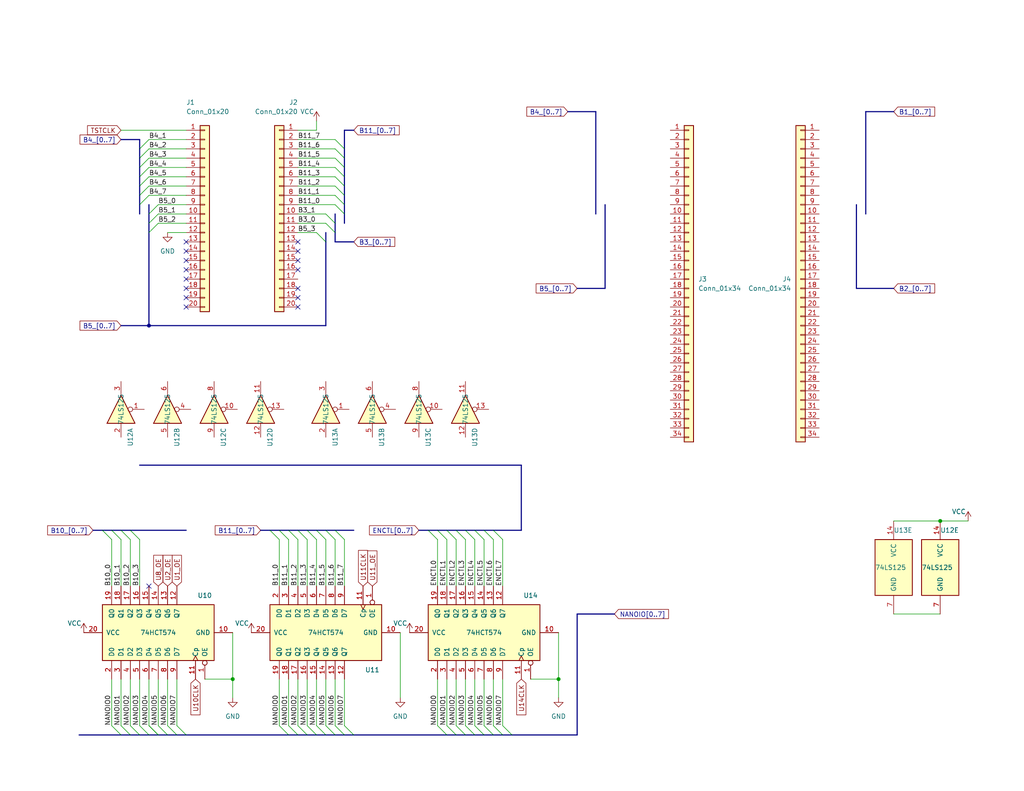
<source format=kicad_sch>
(kicad_sch (version 20231120) (generator "eeschema") (generator_version "8.0")
  (paper "USLetter")
  (title_block (title "Chip Exerciser Extension") (company "Wholly Unnecessary Technologies (WUT)"))
  (lib_symbols
    (symbol "74xx:74HCT574" (pin_names (offset 1.016))
      (property "Reference" "U" (at -7.62 16.51 0))
      (property "Value" "74HCT574" (at -7.62 -16.51 0))
      (symbol "74HCT574_1_0"
        (pin input inverted (at -12.7 -12.7 0) (length 5.08) (name "OE") (number "1"))
        (pin power_in line (at 0 -20.32 90) (length 5.08) (name "GND") (number "10"))
        (pin input clock (at -12.7 -10.16 0) (length 5.08) (name "Cp") (number "11"))
        (pin tri_state line (at 12.7 -5.08 180) (length 5.08) (name "Q7") (number "12"))
        (pin tri_state line (at 12.7 -2.54 180) (length 5.08) (name "Q6") (number "13"))
        (pin tri_state line (at 12.7 0 180) (length 5.08) (name "Q5") (number "14"))
        (pin tri_state line (at 12.7 2.54 180) (length 5.08) (name "Q4") (number "15"))
        (pin tri_state line (at 12.7 5.08 180) (length 5.08) (name "Q3") (number "16"))
        (pin tri_state line (at 12.7 7.62 180) (length 5.08) (name "Q2") (number "17"))
        (pin tri_state line (at 12.7 10.16 180) (length 5.08) (name "Q1") (number "18"))
        (pin tri_state line (at 12.7 12.7 180) (length 5.08) (name "Q0") (number "19"))
        (pin input line (at -12.7 12.7 0) (length 5.08) (name "D0") (number "2"))
        (pin power_in line (at 0 20.32 270) (length 5.08) (name "VCC") (number "20"))
        (pin input line (at -12.7 10.16 0) (length 5.08) (name "D1") (number "3"))
        (pin input line (at -12.7 7.62 0) (length 5.08) (name "D2") (number "4"))
        (pin input line (at -12.7 5.08 0) (length 5.08) (name "D3") (number "5"))
        (pin input line (at -12.7 2.54 0) (length 5.08) (name "D4") (number "6"))
        (pin input line (at -12.7 0 0) (length 5.08) (name "D5") (number "7"))
        (pin input line (at -12.7 -2.54 0) (length 5.08) (name "D6") (number "8"))
        (pin input line (at -12.7 -5.08 0) (length 5.08) (name "D7") (number "9"))
      )
      (symbol "74HCT574_1_1"
        (rectangle (start -7.62 15.24) (end 7.62 -15.24) (stroke (width 0.254)) (fill (type background)))
      )
    )
    (symbol "74xx:74LS125" (pin_names (offset 1.016))
      (property "Reference" "U" (at 0 1.27 0))
      (property "Value" "74LS125" (at 0 -1.27 0))
      (symbol "74LS125_1_0"
        (polyline (pts (xy -3.81 3.81) (xy -3.81 -3.81) (xy 3.81 0) (xy -3.81 3.81)) (stroke (width 0.254)) (fill (type background)))
        (pin input inverted (at 0 -6.35 90) (length 4.445) (name "~") (number "1"))
        (pin input line (at -7.62 0 0) (length 3.81) (name "~") (number "2"))
        (pin tri_state line (at 7.62 0 180) (length 3.81) (name "~") (number "3"))
      )
      (symbol "74LS125_2_0"
        (polyline (pts (xy -3.81 3.81) (xy -3.81 -3.81) (xy 3.81 0) (xy -3.81 3.81)) (stroke (width 0.254)) (fill (type background)))
        (pin input inverted (at 0 -6.35 90) (length 4.445) (name "~") (number "4"))
        (pin input line (at -7.62 0 0) (length 3.81) (name "~") (number "5"))
        (pin tri_state line (at 7.62 0 180) (length 3.81) (name "~") (number "6"))
      )
      (symbol "74LS125_3_0"
        (polyline (pts (xy -3.81 3.81) (xy -3.81 -3.81) (xy 3.81 0) (xy -3.81 3.81)) (stroke (width 0.254)) (fill (type background)))
        (pin input inverted (at 0 -6.35 90) (length 4.445) (name "~") (number "10"))
        (pin tri_state line (at 7.62 0 180) (length 3.81) (name "~") (number "8"))
        (pin input line (at -7.62 0 0) (length 3.81) (name "~") (number "9"))
      )
      (symbol "74LS125_4_0"
        (polyline (pts (xy -3.81 3.81) (xy -3.81 -3.81) (xy 3.81 0) (xy -3.81 3.81)) (stroke (width 0.254)) (fill (type background)))
        (pin tri_state line (at 7.62 0 180) (length 3.81) (name "~") (number "11"))
        (pin input line (at -7.62 0 0) (length 3.81) (name "~") (number "12"))
        (pin input inverted (at 0 -6.35 90) (length 4.445) (name "~") (number "13"))
      )
      (symbol "74LS125_5_0"
        (pin power_in line (at 0 12.7 270) (length 5.08) (name "VCC") (number "14"))
        (pin power_in line (at 0 -12.7 90) (length 5.08) (name "GND") (number "7"))
      )
      (symbol "74LS125_5_1"
        (rectangle (start -5.08 7.62) (end 5.08 -7.62) (stroke (width 0.254)) (fill (type background)))
      )
    )
    (symbol "Connector_Generic:Conn_01x20" (pin_names (offset 1.016) hide)
      (property "Reference" "J" (at 0 25.4 0))
      (property "Value" "Conn_01x20" (at 0 -27.94 0))
      (symbol "Conn_01x20_1_1"
        (rectangle (start -1.27 -25.273) (end 0 -25.527) (stroke (width 0.1524)))
        (rectangle (start -1.27 -22.733) (end 0 -22.987) (stroke (width 0.1524)))
        (rectangle (start -1.27 -20.193) (end 0 -20.447) (stroke (width 0.1524)))
        (rectangle (start -1.27 -17.653) (end 0 -17.907) (stroke (width 0.1524)))
        (rectangle (start -1.27 -15.113) (end 0 -15.367) (stroke (width 0.1524)))
        (rectangle (start -1.27 -12.573) (end 0 -12.827) (stroke (width 0.1524)))
        (rectangle (start -1.27 -10.033) (end 0 -10.287) (stroke (width 0.1524)))
        (rectangle (start -1.27 -7.493) (end 0 -7.747) (stroke (width 0.1524)))
        (rectangle (start -1.27 -4.953) (end 0 -5.207) (stroke (width 0.1524)))
        (rectangle (start -1.27 -2.413) (end 0 -2.667) (stroke (width 0.1524)))
        (rectangle (start -1.27 0.127) (end 0 -0.127) (stroke (width 0.1524)))
        (rectangle (start -1.27 2.667) (end 0 2.413) (stroke (width 0.1524)))
        (rectangle (start -1.27 5.207) (end 0 4.953) (stroke (width 0.1524)))
        (rectangle (start -1.27 7.747) (end 0 7.493) (stroke (width 0.1524)))
        (rectangle (start -1.27 10.287) (end 0 10.033) (stroke (width 0.1524)))
        (rectangle (start -1.27 12.827) (end 0 12.573) (stroke (width 0.1524)))
        (rectangle (start -1.27 15.367) (end 0 15.113) (stroke (width 0.1524)))
        (rectangle (start -1.27 17.907) (end 0 17.653) (stroke (width 0.1524)))
        (rectangle (start -1.27 20.447) (end 0 20.193) (stroke (width 0.1524)))
        (rectangle (start -1.27 22.987) (end 0 22.733) (stroke (width 0.1524)))
        (rectangle (start -1.27 24.13) (end 1.27 -26.67) (stroke (width 0.254)) (fill (type background)))
        (pin passive line (at -5.08 22.86 0) (length 3.81) (name "Pin_1") (number "1"))
        (pin passive line (at -5.08 0 0) (length 3.81) (name "Pin_10") (number "10"))
        (pin passive line (at -5.08 -2.54 0) (length 3.81) (name "Pin_11") (number "11"))
        (pin passive line (at -5.08 -5.08 0) (length 3.81) (name "Pin_12") (number "12"))
        (pin passive line (at -5.08 -7.62 0) (length 3.81) (name "Pin_13") (number "13"))
        (pin passive line (at -5.08 -10.16 0) (length 3.81) (name "Pin_14") (number "14"))
        (pin passive line (at -5.08 -12.7 0) (length 3.81) (name "Pin_15") (number "15"))
        (pin passive line (at -5.08 -15.24 0) (length 3.81) (name "Pin_16") (number "16"))
        (pin passive line (at -5.08 -17.78 0) (length 3.81) (name "Pin_17") (number "17"))
        (pin passive line (at -5.08 -20.32 0) (length 3.81) (name "Pin_18") (number "18"))
        (pin passive line (at -5.08 -22.86 0) (length 3.81) (name "Pin_19") (number "19"))
        (pin passive line (at -5.08 20.32 0) (length 3.81) (name "Pin_2") (number "2"))
        (pin passive line (at -5.08 -25.4 0) (length 3.81) (name "Pin_20") (number "20"))
        (pin passive line (at -5.08 17.78 0) (length 3.81) (name "Pin_3") (number "3"))
        (pin passive line (at -5.08 15.24 0) (length 3.81) (name "Pin_4") (number "4"))
        (pin passive line (at -5.08 12.7 0) (length 3.81) (name "Pin_5") (number "5"))
        (pin passive line (at -5.08 10.16 0) (length 3.81) (name "Pin_6") (number "6"))
        (pin passive line (at -5.08 7.62 0) (length 3.81) (name "Pin_7") (number "7"))
        (pin passive line (at -5.08 5.08 0) (length 3.81) (name "Pin_8") (number "8"))
        (pin passive line (at -5.08 2.54 0) (length 3.81) (name "Pin_9") (number "9"))
      )
    )
    (symbol "Connector_Generic:Conn_01x34" (pin_names (offset 1.016) hide)
      (property "Reference" "J" (at 0 43.18 0))
      (property "Value" "Conn_01x34" (at 0 -45.72 0))
      (symbol "Conn_01x34_1_1"
        (rectangle (start -1.27 -43.053) (end 0 -43.307) (stroke (width 0.1524)))
        (rectangle (start -1.27 -40.513) (end 0 -40.767) (stroke (width 0.1524)))
        (rectangle (start -1.27 -37.973) (end 0 -38.227) (stroke (width 0.1524)))
        (rectangle (start -1.27 -35.433) (end 0 -35.687) (stroke (width 0.1524)))
        (rectangle (start -1.27 -32.893) (end 0 -33.147) (stroke (width 0.1524)))
        (rectangle (start -1.27 -30.353) (end 0 -30.607) (stroke (width 0.1524)))
        (rectangle (start -1.27 -27.813) (end 0 -28.067) (stroke (width 0.1524)))
        (rectangle (start -1.27 -25.273) (end 0 -25.527) (stroke (width 0.1524)))
        (rectangle (start -1.27 -22.733) (end 0 -22.987) (stroke (width 0.1524)))
        (rectangle (start -1.27 -20.193) (end 0 -20.447) (stroke (width 0.1524)))
        (rectangle (start -1.27 -17.653) (end 0 -17.907) (stroke (width 0.1524)))
        (rectangle (start -1.27 -15.113) (end 0 -15.367) (stroke (width 0.1524)))
        (rectangle (start -1.27 -12.573) (end 0 -12.827) (stroke (width 0.1524)))
        (rectangle (start -1.27 -10.033) (end 0 -10.287) (stroke (width 0.1524)))
        (rectangle (start -1.27 -7.493) (end 0 -7.747) (stroke (width 0.1524)))
        (rectangle (start -1.27 -4.953) (end 0 -5.207) (stroke (width 0.1524)))
        (rectangle (start -1.27 -2.413) (end 0 -2.667) (stroke (width 0.1524)))
        (rectangle (start -1.27 0.127) (end 0 -0.127) (stroke (width 0.1524)))
        (rectangle (start -1.27 2.667) (end 0 2.413) (stroke (width 0.1524)))
        (rectangle (start -1.27 5.207) (end 0 4.953) (stroke (width 0.1524)))
        (rectangle (start -1.27 7.747) (end 0 7.493) (stroke (width 0.1524)))
        (rectangle (start -1.27 10.287) (end 0 10.033) (stroke (width 0.1524)))
        (rectangle (start -1.27 12.827) (end 0 12.573) (stroke (width 0.1524)))
        (rectangle (start -1.27 15.367) (end 0 15.113) (stroke (width 0.1524)))
        (rectangle (start -1.27 17.907) (end 0 17.653) (stroke (width 0.1524)))
        (rectangle (start -1.27 20.447) (end 0 20.193) (stroke (width 0.1524)))
        (rectangle (start -1.27 22.987) (end 0 22.733) (stroke (width 0.1524)))
        (rectangle (start -1.27 25.527) (end 0 25.273) (stroke (width 0.1524)))
        (rectangle (start -1.27 28.067) (end 0 27.813) (stroke (width 0.1524)))
        (rectangle (start -1.27 30.607) (end 0 30.353) (stroke (width 0.1524)))
        (rectangle (start -1.27 33.147) (end 0 32.893) (stroke (width 0.1524)))
        (rectangle (start -1.27 35.687) (end 0 35.433) (stroke (width 0.1524)))
        (rectangle (start -1.27 38.227) (end 0 37.973) (stroke (width 0.1524)))
        (rectangle (start -1.27 40.767) (end 0 40.513) (stroke (width 0.1524)))
        (rectangle (start -1.27 41.91) (end 1.27 -44.45) (stroke (width 0.254)) (fill (type background)))
        (pin passive line (at -5.08 40.64 0) (length 3.81) (name "Pin_1") (number "1"))
        (pin passive line (at -5.08 17.78 0) (length 3.81) (name "Pin_10") (number "10"))
        (pin passive line (at -5.08 15.24 0) (length 3.81) (name "Pin_11") (number "11"))
        (pin passive line (at -5.08 12.7 0) (length 3.81) (name "Pin_12") (number "12"))
        (pin passive line (at -5.08 10.16 0) (length 3.81) (name "Pin_13") (number "13"))
        (pin passive line (at -5.08 7.62 0) (length 3.81) (name "Pin_14") (number "14"))
        (pin passive line (at -5.08 5.08 0) (length 3.81) (name "Pin_15") (number "15"))
        (pin passive line (at -5.08 2.54 0) (length 3.81) (name "Pin_16") (number "16"))
        (pin passive line (at -5.08 0 0) (length 3.81) (name "Pin_17") (number "17"))
        (pin passive line (at -5.08 -2.54 0) (length 3.81) (name "Pin_18") (number "18"))
        (pin passive line (at -5.08 -5.08 0) (length 3.81) (name "Pin_19") (number "19"))
        (pin passive line (at -5.08 38.1 0) (length 3.81) (name "Pin_2") (number "2"))
        (pin passive line (at -5.08 -7.62 0) (length 3.81) (name "Pin_20") (number "20"))
        (pin passive line (at -5.08 -10.16 0) (length 3.81) (name "Pin_21") (number "21"))
        (pin passive line (at -5.08 -12.7 0) (length 3.81) (name "Pin_22") (number "22"))
        (pin passive line (at -5.08 -15.24 0) (length 3.81) (name "Pin_23") (number "23"))
        (pin passive line (at -5.08 -17.78 0) (length 3.81) (name "Pin_24") (number "24"))
        (pin passive line (at -5.08 -20.32 0) (length 3.81) (name "Pin_25") (number "25"))
        (pin passive line (at -5.08 -22.86 0) (length 3.81) (name "Pin_26") (number "26"))
        (pin passive line (at -5.08 -25.4 0) (length 3.81) (name "Pin_27") (number "27"))
        (pin passive line (at -5.08 -27.94 0) (length 3.81) (name "Pin_28") (number "28"))
        (pin passive line (at -5.08 -30.48 0) (length 3.81) (name "Pin_29") (number "29"))
        (pin passive line (at -5.08 35.56 0) (length 3.81) (name "Pin_3") (number "3"))
        (pin passive line (at -5.08 -33.02 0) (length 3.81) (name "Pin_30") (number "30"))
        (pin passive line (at -5.08 -35.56 0) (length 3.81) (name "Pin_31") (number "31"))
        (pin passive line (at -5.08 -38.1 0) (length 3.81) (name "Pin_32") (number "32"))
        (pin passive line (at -5.08 -40.64 0) (length 3.81) (name "Pin_33") (number "33"))
        (pin passive line (at -5.08 -43.18 0) (length 3.81) (name "Pin_34") (number "34"))
        (pin passive line (at -5.08 33.02 0) (length 3.81) (name "Pin_4") (number "4"))
        (pin passive line (at -5.08 30.48 0) (length 3.81) (name "Pin_5") (number "5"))
        (pin passive line (at -5.08 27.94 0) (length 3.81) (name "Pin_6") (number "6"))
        (pin passive line (at -5.08 25.4 0) (length 3.81) (name "Pin_7") (number "7"))
        (pin passive line (at -5.08 22.86 0) (length 3.81) (name "Pin_8") (number "8"))
        (pin passive line (at -5.08 20.32 0) (length 3.81) (name "Pin_9") (number "9"))
      )
    )
    (symbol "power:GND" (power) (pin_names (offset 0))
      (property "Value" "GND" (at 0 -3.81 0))
      (symbol "GND_0_1"
        (polyline (pts (xy 0 0) (xy 0 -1.27) (xy 1.27 -1.27) (xy 0 -2.54) (xy -1.27 -1.27) (xy 0 -1.27)))
      )
      (symbol "GND_1_1"
        (pin power_in line (at 0 0 270) (length 0) hide (name "GND") (number "1"))
      )
    )
    (symbol "power:VCC" (power) (pin_names (offset 0))
      (property "Value" "VCC" (at 0 3.81 0))
      (symbol "VCC_0_1"
        (polyline (pts (xy -0.762 1.27) (xy 0 2.54)))
        (polyline (pts (xy 0 0) (xy 0 2.54)))
        (polyline (pts (xy 0 2.54) (xy 0.762 1.27)))
      )
      (symbol "VCC_1_1"
        (pin power_in line (at 0 0 90) (length 0) hide (name "VCC") (number "1"))
      )
    )
  )
  (junction (at 152.4 185.42))
  (junction (at 40.64 88.9))
  (junction (at 63.5 185.42))
  (junction (at 256.54 142.24))
  (no_connect (at 50.8 73.66))
  (no_connect (at 50.8 78.74))
  (no_connect (at 81.28 83.82))
  (no_connect (at 81.28 78.74))
  (no_connect (at 50.8 76.2))
  (no_connect (at 50.8 83.82))
  (no_connect (at 81.28 73.66))
  (no_connect (at 40.64 160.02))
  (no_connect (at 81.28 81.28))
  (no_connect (at 50.8 66.04))
  (no_connect (at 81.28 71.12))
  (no_connect (at 50.8 68.58))
  (no_connect (at 81.28 68.58))
  (no_connect (at 81.28 66.04))
  (no_connect (at 50.8 71.12))
  (no_connect (at 50.8 81.28))
  (bus_entry (at 33.02 144.78) (size 2.54 2.54))
  (bus_entry (at 93.98 45.72) (size -2.54 -2.54))
  (bus_entry (at 38.1 50.8) (size 2.54 -2.54))
  (bus_entry (at 139.7 200.66) (size -2.54 -2.54))
  (bus_entry (at 50.8 200.66) (size -2.54 -2.54))
  (bus_entry (at 124.46 144.78) (size 2.54 2.54))
  (bus_entry (at 38.1 45.72) (size 2.54 -2.54))
  (bus_entry (at 132.08 200.66) (size -2.54 -2.54))
  (bus_entry (at 83.82 200.66) (size -2.54 -2.54))
  (bus_entry (at 88.9 200.66) (size -2.54 -2.54))
  (bus_entry (at 129.54 144.78) (size 2.54 2.54))
  (bus_entry (at 93.98 53.34) (size -2.54 -2.54))
  (bus_entry (at 27.94 144.78) (size 2.54 2.54))
  (bus_entry (at 43.18 200.66) (size -2.54 -2.54))
  (bus_entry (at 137.16 200.66) (size -2.54 -2.54))
  (bus_entry (at 40.64 63.5) (size 2.54 -2.54))
  (bus_entry (at 93.98 50.8) (size -2.54 -2.54))
  (bus_entry (at 73.66 144.78) (size 2.54 2.54))
  (bus_entry (at 86.36 144.78) (size 2.54 2.54))
  (bus_entry (at 93.98 43.18) (size -2.54 -2.54))
  (bus_entry (at 96.52 200.66) (size -2.54 -2.54))
  (bus_entry (at 40.64 200.66) (size -2.54 -2.54))
  (bus_entry (at 33.02 200.66) (size -2.54 -2.54))
  (bus_entry (at 91.44 60.96) (size -2.54 -2.54))
  (bus_entry (at 91.44 63.5) (size -2.54 -2.54))
  (bus_entry (at 86.36 200.66) (size -2.54 -2.54))
  (bus_entry (at 93.98 200.66) (size -2.54 -2.54))
  (bus_entry (at 78.74 144.78) (size 2.54 2.54))
  (bus_entry (at 38.1 43.18) (size 2.54 -2.54))
  (bus_entry (at 38.1 200.66) (size -2.54 -2.54))
  (bus_entry (at 40.64 60.96) (size 2.54 -2.54))
  (bus_entry (at 91.44 144.78) (size 2.54 2.54))
  (bus_entry (at 76.2 144.78) (size 2.54 2.54))
  (bus_entry (at 88.9 144.78) (size 2.54 2.54))
  (bus_entry (at 121.92 200.66) (size -2.54 -2.54))
  (bus_entry (at 91.44 200.66) (size -2.54 -2.54))
  (bus_entry (at 43.18 200.66) (size -2.54 -2.54))
  (bus_entry (at 35.56 144.78) (size 2.54 2.54))
  (bus_entry (at 30.48 144.78) (size 2.54 2.54))
  (bus_entry (at 134.62 200.66) (size -2.54 -2.54))
  (bus_entry (at 121.92 144.78) (size 2.54 2.54))
  (bus_entry (at 38.1 40.64) (size 2.54 -2.54))
  (bus_entry (at 93.98 48.26) (size -2.54 -2.54))
  (bus_entry (at 38.1 55.88) (size 2.54 -2.54))
  (bus_entry (at 127 144.78) (size 2.54 2.54))
  (bus_entry (at 81.28 144.78) (size 2.54 2.54))
  (bus_entry (at 127 200.66) (size -2.54 -2.54))
  (bus_entry (at 45.72 200.66) (size -2.54 -2.54))
  (bus_entry (at 134.62 144.78) (size 2.54 2.54))
  (bus_entry (at 40.64 58.42) (size 2.54 -2.54))
  (bus_entry (at 78.74 200.66) (size -2.54 -2.54))
  (bus_entry (at 81.28 200.66) (size -2.54 -2.54))
  (bus_entry (at 129.54 200.66) (size -2.54 -2.54))
  (bus_entry (at 38.1 48.26) (size 2.54 -2.54))
  (bus_entry (at 124.46 200.66) (size -2.54 -2.54))
  (bus_entry (at 93.98 58.42) (size -2.54 -2.54))
  (bus_entry (at 132.08 144.78) (size 2.54 2.54))
  (bus_entry (at 88.9 66.04) (size -2.54 -2.54))
  (bus_entry (at 93.98 55.88) (size -2.54 -2.54))
  (bus_entry (at 119.38 144.78) (size 2.54 2.54))
  (bus_entry (at 93.98 40.64) (size -2.54 -2.54))
  (bus_entry (at 38.1 53.34) (size 2.54 -2.54))
  (bus_entry (at 48.26 200.66) (size -2.54 -2.54))
  (bus_entry (at 83.82 144.78) (size 2.54 2.54))
  (bus_entry (at 116.84 144.78) (size 2.54 2.54))
  (bus_entry (at 35.56 200.66) (size -2.54 -2.54))
  (bus (pts (xy 91.44 200.66) (xy 93.98 200.66)))
  (bus (pts (xy 71.12 144.78) (xy 73.66 144.78)))
  (wire (pts (xy 63.5 185.42) (xy 63.5 172.72)))
  (wire (pts (xy 33.02 147.32) (xy 33.02 160.02)))
  (wire (pts (xy 81.28 58.42) (xy 88.9 58.42)))
  (wire (pts (xy 243.84 167.64) (xy 256.54 167.64)))
  (bus (pts (xy 139.7 200.66) (xy 137.16 200.66)))
  (bus (pts (xy 38.1 45.72) (xy 38.1 48.26)))
  (wire (pts (xy 127 147.32) (xy 127 160.02)))
  (wire (pts (xy 88.9 198.12) (xy 88.9 185.42)))
  (bus (pts (xy 93.98 200.66) (xy 96.52 200.66)))
  (wire (pts (xy 78.74 198.12) (xy 78.74 185.42)))
  (bus (pts (xy 38.1 48.26) (xy 38.1 50.8)))
  (bus (pts (xy 165.1 55.88) (xy 165.1 78.74)))
  (wire (pts (xy 137.16 198.12) (xy 137.16 185.42)))
  (wire (pts (xy 40.64 53.34) (xy 50.8 53.34)))
  (bus (pts (xy 119.38 144.78) (xy 121.92 144.78)))
  (wire (pts (xy 81.28 55.88) (xy 91.44 55.88)))
  (wire (pts (xy 132.08 147.32) (xy 132.08 160.02)))
  (wire (pts (xy 91.44 147.32) (xy 91.44 160.02)))
  (bus (pts (xy 81.28 200.66) (xy 83.82 200.66)))
  (wire (pts (xy 40.64 45.72) (xy 50.8 45.72)))
  (wire (pts (xy 129.54 198.12) (xy 129.54 185.42)))
  (bus (pts (xy 154.94 30.48) (xy 162.56 30.48)))
  (wire (pts (xy 78.74 147.32) (xy 78.74 160.02)))
  (bus (pts (xy 81.28 144.78) (xy 83.82 144.78)))
  (wire (pts (xy 121.92 198.12) (xy 121.92 185.42)))
  (wire (pts (xy 33.02 185.42) (xy 33.02 198.12)))
  (bus (pts (xy 76.2 144.78) (xy 78.74 144.78)))
  (bus (pts (xy 142.24 127) (xy 142.24 144.78)))
  (bus (pts (xy 38.1 55.88) (xy 38.1 58.42)))
  (bus (pts (xy 45.72 200.66) (xy 48.26 200.66)))
  (bus (pts (xy 93.98 40.64) (xy 93.98 43.18)))
  (wire (pts (xy 38.1 147.32) (xy 38.1 160.02)))
  (bus (pts (xy 121.92 200.66) (xy 96.52 200.66)))
  (wire (pts (xy 124.46 198.12) (xy 124.46 185.42)))
  (wire (pts (xy 119.38 147.32) (xy 119.38 160.02)))
  (bus (pts (xy 40.64 55.88) (xy 40.64 58.42)))
  (wire (pts (xy 144.78 185.42) (xy 152.4 185.42)))
  (wire (pts (xy 30.48 185.42) (xy 30.48 198.12)))
  (bus (pts (xy 38.1 53.34) (xy 38.1 55.88)))
  (wire (pts (xy 152.4 172.72) (xy 152.4 185.42)))
  (bus (pts (xy 33.02 38.1) (xy 38.1 38.1)))
  (bus (pts (xy 38.1 38.1) (xy 38.1 40.64)))
  (bus (pts (xy 124.46 144.78) (xy 127 144.78)))
  (wire (pts (xy 81.28 50.8) (xy 91.44 50.8)))
  (bus (pts (xy 129.54 144.78) (xy 132.08 144.78)))
  (bus (pts (xy 40.64 58.42) (xy 40.64 60.96)))
  (bus (pts (xy 116.84 144.78) (xy 119.38 144.78)))
  (wire (pts (xy 43.18 55.88) (xy 50.8 55.88)))
  (bus (pts (xy 93.98 48.26) (xy 93.98 50.8)))
  (wire (pts (xy 40.64 40.64) (xy 50.8 40.64)))
  (wire (pts (xy 45.72 63.5) (xy 50.8 63.5)))
  (bus (pts (xy 40.64 63.5) (xy 40.64 88.9)))
  (wire (pts (xy 63.5 190.5) (xy 63.5 185.42)))
  (bus (pts (xy 91.44 58.42) (xy 91.44 60.96)))
  (bus (pts (xy 93.98 43.18) (xy 93.98 45.72)))
  (wire (pts (xy 40.64 38.1) (xy 50.8 38.1)))
  (wire (pts (xy 81.28 35.56) (xy 86.36 35.56)))
  (bus (pts (xy 33.02 144.78) (xy 35.56 144.78)))
  (wire (pts (xy 38.1 185.42) (xy 38.1 198.12)))
  (wire (pts (xy 127 198.12) (xy 127 185.42)))
  (wire (pts (xy 35.56 185.42) (xy 35.56 198.12)))
  (bus (pts (xy 93.98 53.34) (xy 93.98 55.88)))
  (bus (pts (xy 88.9 200.66) (xy 91.44 200.66)))
  (bus (pts (xy 38.1 40.64) (xy 38.1 43.18)))
  (bus (pts (xy 127 144.78) (xy 129.54 144.78)))
  (bus (pts (xy 132.08 200.66) (xy 129.54 200.66)))
  (bus (pts (xy 38.1 50.8) (xy 38.1 53.34)))
  (bus (pts (xy 129.54 200.66) (xy 127 200.66)))
  (bus (pts (xy 43.18 200.66) (xy 45.72 200.66)))
  (wire (pts (xy 152.4 185.42) (xy 152.4 190.5)))
  (bus (pts (xy 21.59 200.66) (xy 33.02 200.66)))
  (wire (pts (xy 43.18 58.42) (xy 50.8 58.42)))
  (bus (pts (xy 236.22 30.48) (xy 236.22 58.42)))
  (bus (pts (xy 93.98 35.56) (xy 93.98 40.64)))
  (bus (pts (xy 124.46 200.66) (xy 121.92 200.66)))
  (wire (pts (xy 81.28 53.34) (xy 91.44 53.34)))
  (bus (pts (xy 114.3 144.78) (xy 116.84 144.78)))
  (wire (pts (xy 243.84 142.24) (xy 256.54 142.24)))
  (bus (pts (xy 27.94 144.78) (xy 30.48 144.78)))
  (wire (pts (xy 124.46 147.32) (xy 124.46 160.02)))
  (bus (pts (xy 83.82 200.66) (xy 86.36 200.66)))
  (bus (pts (xy 93.98 58.42) (xy 93.98 60.96)))
  (bus (pts (xy 50.8 200.66) (xy 78.74 200.66)))
  (bus (pts (xy 86.36 144.78) (xy 88.9 144.78)))
  (bus (pts (xy 38.1 200.66) (xy 40.64 200.66)))
  (wire (pts (xy 86.36 33.02) (xy 86.36 35.56)))
  (bus (pts (xy 93.98 55.88) (xy 93.98 58.42)))
  (wire (pts (xy 76.2 198.12) (xy 76.2 185.42)))
  (bus (pts (xy 35.56 200.66) (xy 38.1 200.66)))
  (wire (pts (xy 40.64 185.42) (xy 40.64 198.12)))
  (bus (pts (xy 93.98 50.8) (xy 93.98 53.34)))
  (bus (pts (xy 30.48 144.78) (xy 33.02 144.78)))
  (bus (pts (xy 157.48 78.74) (xy 165.1 78.74)))
  (bus (pts (xy 40.64 60.96) (xy 40.64 63.5)))
  (bus (pts (xy 83.82 144.78) (xy 86.36 144.78)))
  (wire (pts (xy 132.08 198.12) (xy 132.08 185.42)))
  (bus (pts (xy 38.1 43.18) (xy 38.1 45.72)))
  (bus (pts (xy 236.22 30.48) (xy 243.84 30.48)))
  (bus (pts (xy 88.9 144.78) (xy 91.44 144.78)))
  (wire (pts (xy 43.18 60.96) (xy 50.8 60.96)))
  (wire (pts (xy 55.88 185.42) (xy 63.5 185.42)))
  (bus (pts (xy 134.62 200.66) (xy 132.08 200.66)))
  (wire (pts (xy 93.98 147.32) (xy 93.98 160.02)))
  (wire (pts (xy 76.2 147.32) (xy 76.2 160.02)))
  (wire (pts (xy 48.26 198.12) (xy 48.26 185.42)))
  (wire (pts (xy 81.28 60.96) (xy 88.9 60.96)))
  (wire (pts (xy 43.18 185.42) (xy 43.18 198.12)))
  (wire (pts (xy 81.28 48.26) (xy 91.44 48.26)))
  (bus (pts (xy 88.9 63.5) (xy 88.9 66.04)))
  (bus (pts (xy 33.02 200.66) (xy 35.56 200.66)))
  (wire (pts (xy 86.36 198.12) (xy 86.36 185.42)))
  (wire (pts (xy 134.62 147.32) (xy 134.62 160.02)))
  (wire (pts (xy 81.28 45.72) (xy 91.44 45.72)))
  (wire (pts (xy 109.22 190.5) (xy 109.22 172.72)))
  (bus (pts (xy 35.56 144.78) (xy 50.8 144.78)))
  (wire (pts (xy 81.28 38.1) (xy 91.44 38.1)))
  (wire (pts (xy 81.28 43.18) (xy 91.44 43.18)))
  (bus (pts (xy 93.98 35.56) (xy 96.52 35.56)))
  (wire (pts (xy 83.82 198.12) (xy 83.82 185.42)))
  (bus (pts (xy 157.48 200.66) (xy 139.7 200.66)))
  (bus (pts (xy 48.26 200.66) (xy 50.8 200.66)))
  (wire (pts (xy 40.64 43.18) (xy 50.8 43.18)))
  (wire (pts (xy 121.92 147.32) (xy 121.92 160.02)))
  (wire (pts (xy 45.72 198.12) (xy 45.72 185.42)))
  (wire (pts (xy 40.64 48.26) (xy 50.8 48.26)))
  (wire (pts (xy 93.98 198.12) (xy 93.98 185.42)))
  (bus (pts (xy 91.44 60.96) (xy 91.44 63.5)))
  (wire (pts (xy 81.28 63.5) (xy 86.36 63.5)))
  (wire (pts (xy 81.28 40.64) (xy 91.44 40.64)))
  (wire (pts (xy 33.02 35.56) (xy 50.8 35.56)))
  (bus (pts (xy 134.62 144.78) (xy 142.24 144.78)))
  (bus (pts (xy 33.02 88.9) (xy 40.64 88.9)))
  (wire (pts (xy 129.54 147.32) (xy 129.54 160.02)))
  (bus (pts (xy 38.1 127) (xy 142.24 127)))
  (bus (pts (xy 40.64 88.9) (xy 88.9 88.9)))
  (wire (pts (xy 81.28 147.32) (xy 81.28 160.02)))
  (wire (pts (xy 83.82 147.32) (xy 83.82 160.02)))
  (bus (pts (xy 127 200.66) (xy 124.46 200.66)))
  (bus (pts (xy 157.48 167.64) (xy 167.64 167.64)))
  (bus (pts (xy 121.92 144.78) (xy 124.46 144.78)))
  (bus (pts (xy 40.64 200.66) (xy 43.18 200.66)))
  (bus (pts (xy 233.68 78.74) (xy 243.84 78.74)))
  (wire (pts (xy 91.44 198.12) (xy 91.44 185.42)))
  (bus (pts (xy 86.36 200.66) (xy 88.9 200.66)))
  (bus (pts (xy 132.08 144.78) (xy 134.62 144.78)))
  (wire (pts (xy 134.62 198.12) (xy 134.62 185.42)))
  (bus (pts (xy 91.44 144.78) (xy 96.52 144.78)))
  (wire (pts (xy 40.64 50.8) (xy 50.8 50.8)))
  (bus (pts (xy 93.98 45.72) (xy 93.98 48.26)))
  (bus (pts (xy 25.4 144.78) (xy 27.94 144.78)))
  (bus (pts (xy 91.44 66.04) (xy 96.52 66.04)))
  (wire (pts (xy 81.28 198.12) (xy 81.28 185.42)))
  (wire (pts (xy 137.16 147.32) (xy 137.16 160.02)))
  (bus (pts (xy 88.9 66.04) (xy 88.9 88.9)))
  (bus (pts (xy 233.68 55.88) (xy 233.68 78.74)))
  (wire (pts (xy 88.9 147.32) (xy 88.9 160.02)))
  (wire (pts (xy 119.38 198.12) (xy 119.38 185.42)))
  (wire (pts (xy 86.36 147.32) (xy 86.36 160.02)))
  (bus (pts (xy 162.56 30.48) (xy 162.56 58.42)))
  (wire (pts (xy 30.48 147.32) (xy 30.48 160.02)))
  (wire (pts (xy 256.54 142.24) (xy 264.16 142.24)))
  (bus (pts (xy 91.44 63.5) (xy 91.44 66.04)))
  (wire (pts (xy 35.56 147.32) (xy 35.56 160.02)))
  (bus (pts (xy 73.66 144.78) (xy 76.2 144.78)))
  (bus (pts (xy 78.74 200.66) (xy 81.28 200.66)))
  (bus (pts (xy 137.16 200.66) (xy 134.62 200.66)))
  (bus (pts (xy 157.48 167.64) (xy 157.48 200.66)))
  (bus (pts (xy 78.74 144.78) (xy 81.28 144.78)))
  (label "B11_1" (at 81.28 53.34 0))
  (label "B11_7" (at 81.28 38.1 0))
  (label "NANOIO1" (at 33.02 198.12 90))
  (label "B11_3" (at 83.82 160.02 90))
  (label "NANOIO5" (at 88.9 198.12 90))
  (label "B10_1" (at 33.02 160.02 90))
  (label "B4_3" (at 40.64 43.18 0))
  (label "NANOIO0" (at 119.38 198.12 90))
  (label "NANOIO4" (at 86.36 198.12 90))
  (label "NANOIO7" (at 137.16 198.12 90))
  (label "B11_4" (at 86.36 160.02 90))
  (label "NANOIO2" (at 124.46 198.12 90))
  (label "B4_6" (at 40.64 50.8 0))
  (label "NANOIO1" (at 78.74 198.12 90))
  (label "B11_3" (at 81.28 48.26 0))
  (label "B10_2" (at 35.56 160.02 90))
  (label "B11_5" (at 88.9 160.02 90))
  (label "B10_3" (at 38.1 160.02 90))
  (label "NANOIO0" (at 30.48 198.12 90))
  (label "B4_1" (at 40.64 38.1 0))
  (label "ENCTL0" (at 119.38 160.02 90))
  (label "ENCTL2" (at 124.46 160.02 90))
  (label "ENCTL3" (at 127 160.02 90))
  (label "B4_2" (at 40.64 40.64 0))
  (label "ENCTL5" (at 132.08 160.02 90))
  (label "NANOIO3" (at 127 198.12 90))
  (label "ENCTL7" (at 137.16 160.02 90))
  (label "B3_1" (at 81.28 58.42 0))
  (label "B11_0" (at 76.2 160.02 90))
  (label "B11_6" (at 81.28 40.64 0))
  (label "ENCTL1" (at 121.92 160.02 90))
  (label "NANOIO0" (at 76.2 198.12 90))
  (label "ENCTL6" (at 134.62 160.02 90))
  (label "NANOIO7" (at 93.98 198.12 90))
  (label "B11_6" (at 91.44 160.02 90))
  (label "B11_2" (at 81.28 50.8 0))
  (label "B11_2" (at 81.28 160.02 90))
  (label "NANOIO6" (at 45.72 198.12 90))
  (label "B4_7" (at 40.64 53.34 0))
  (label "B11_4" (at 81.28 45.72 0))
  (label "ENCTL4" (at 129.54 160.02 90))
  (label "B11_0" (at 81.28 55.88 0))
  (label "NANOIO5" (at 43.18 198.12 90))
  (label "B11_7" (at 93.98 160.02 90))
  (label "B4_5" (at 40.64 48.26 0))
  (label "NANOIO3" (at 38.1 198.12 90))
  (label "NANOIO5" (at 132.08 198.12 90))
  (label "B5_2" (at 43.18 60.96 0))
  (label "NANOIO3" (at 83.82 198.12 90))
  (label "NANOIO2" (at 81.28 198.12 90))
  (label "NANOIO4" (at 40.64 198.12 90))
  (label "B10_0" (at 30.48 160.02 90))
  (label "B5_3" (at 81.28 63.5 0))
  (label "NANOIO6" (at 91.44 198.12 90))
  (label "B11_1" (at 78.74 160.02 90))
  (label "NANOIO4" (at 129.54 198.12 90))
  (label "B4_4" (at 40.64 45.72 0))
  (label "B5_0" (at 43.18 55.88 0))
  (label "B3_0" (at 81.28 60.96 0))
  (label "NANOIO6" (at 134.62 198.12 90))
  (label "NANOIO1" (at 121.92 198.12 90))
  (label "B11_5" (at 81.28 43.18 0))
  (label "B5_1" (at 43.18 58.42 0))
  (label "NANOIO2" (at 35.56 198.12 90))
  (label "NANOIO7" (at 48.26 198.12 90))
  (global_label "U14CLK" (shape input) (at 142.24 185.42 270) (property "Intersheetrefs" "${INTERSHEET_REFS}" (effects (hide yes))))
  (global_label "B10_[0..7]" (shape input) (at 25.4 144.78 180) (property "Intersheetrefs" "${INTERSHEET_REFS}" (effects (hide yes))))
  (global_label "B3_[0..7]" (shape input) (at 96.52 66.04 0) (property "Intersheetrefs" "${INTERSHEET_REFS}" (effects (hide yes))))
  (global_label "B4_[0..7]" (shape input) (at 33.02 38.1 180) (property "Intersheetrefs" "${INTERSHEET_REFS}" (effects (hide yes))))
  (global_label "U11CLK" (shape input) (at 99.06 160.02 90) (property "Intersheetrefs" "${INTERSHEET_REFS}" (effects (hide yes))))
  (global_label "B1_[0..7]" (shape input) (at 243.84 30.48 0) (property "Intersheetrefs" "${INTERSHEET_REFS}" (effects (hide yes))))
  (global_label "B5_[0..7]" (shape input) (at 157.48 78.74 180) (property "Intersheetrefs" "${INTERSHEET_REFS}" (effects (hide yes))))
  (global_label "NANOIO[0..7]" (shape input) (at 167.64 167.64 0) (property "Intersheetrefs" "${INTERSHEET_REFS}" (effects (hide yes))))
  (global_label "U1_OE" (shape input) (at 48.26 160.02 90) (property "Intersheetrefs" "${INTERSHEET_REFS}" (effects (hide yes))))
  (global_label "U2_OE" (shape input) (at 45.72 160.02 90) (property "Intersheetrefs" "${INTERSHEET_REFS}" (effects (hide yes))))
  (global_label "TSTCLK" (shape input) (at 33.02 35.56 180) (property "Intersheetrefs" "${INTERSHEET_REFS}" (effects (hide yes))))
  (global_label "B5_[0..7]" (shape input) (at 33.02 88.9 180) (property "Intersheetrefs" "${INTERSHEET_REFS}" (effects (hide yes))))
  (global_label "U10CLK" (shape input) (at 53.34 185.42 270) (property "Intersheetrefs" "${INTERSHEET_REFS}" (effects (hide yes))))
  (global_label "B2_[0..7]" (shape input) (at 243.84 78.74 0) (property "Intersheetrefs" "${INTERSHEET_REFS}" (effects (hide yes))))
  (global_label "B11_[0..7]" (shape input) (at 96.52 35.56 0) (property "Intersheetrefs" "${INTERSHEET_REFS}" (effects (hide yes))))
  (global_label "U8_OE" (shape input) (at 43.18 160.02 90) (property "Intersheetrefs" "${INTERSHEET_REFS}" (effects (hide yes))))
  (global_label "U11_OE" (shape input) (at 101.6 160.02 90) (property "Intersheetrefs" "${INTERSHEET_REFS}" (effects (hide yes))))
  (global_label "B4_[0..7]" (shape input) (at 154.94 30.48 180) (property "Intersheetrefs" "${INTERSHEET_REFS}" (effects (hide yes))))
  (global_label "B11_[0..7]" (shape input) (at 71.12 144.78 180) (property "Intersheetrefs" "${INTERSHEET_REFS}" (effects (hide yes))))
  (global_label "ENCTL[0..7]" (shape input) (at 114.3 144.78 180) (property "Intersheetrefs" "${INTERSHEET_REFS}" (effects (hide yes))))
  (symbol (lib_id "Connector_Generic:Conn_01x20") (at 55.88 58.42 0) (unit 1)
    (property "Reference" "J1" (at 50.8 27.94 0) (effects (justify left)))
    (property "Value" "Conn_01x20" (at 50.8 30.48 0) (effects (justify left)))
    (property "Description" "Generic connector, single row, 01x20, script generated (kicad-library-utils/schlib/autogen/connector/)" (effects (hide yes)))
  )
  (symbol (lib_id "power:VCC") (at 22.86 172.72 0) (unit 1)
    (property "Reference" "#PWR021" (effects (hide yes)))
    (property "Value" "VCC" (at 20.32 170.18 0))
  )
  (symbol (lib_id "74xx:74LS125") (at 114.3 111.76 90) (unit 3)
    (property "Reference" "U13" (at 116.84 119.38 0))
    (property "Value" "74LS125" (at 114.3 111.76 0))
    (property "Datasheet" "http://www.ti.com/lit/gpn/sn74LS125" (effects (hide yes)))
    (property "Description" "Quad buffer 3-State outputs" (effects (hide yes)))
  )
  (symbol (lib_id "power:GND") (at 45.72 63.5 0) (unit 1)
    (property "Reference" "#PWR023" (effects (hide yes)))
    (property "Value" "GND" (at 45.72 68.58 0))
  )
  (symbol (lib_id "power:VCC") (at 264.16 142.24 0) (unit 1)
    (property "Reference" "#PWR026" (effects (hide yes)))
    (property "Value" "VCC" (at 261.62 139.7 0))
  )
  (symbol (lib_id "74xx:74LS125") (at 256.54 154.94 0) (unit 5)
    (property "Reference" "U12" (at 256.54 144.78 0) (effects (justify left)))
    (property "Value" "74LS125" (at 251.46 154.94 0) (effects (justify left)))
    (property "Datasheet" "http://www.ti.com/lit/gpn/sn74LS125" (effects (hide yes)))
    (property "Description" "Quad buffer 3-State outputs" (effects (hide yes)))
  )
  (symbol (lib_id "power:GND") (at 109.22 190.5 0) (unit 1)
    (property "Reference" "#PWR020" (effects (hide yes)))
    (property "Value" "GND" (at 109.22 195.58 0))
  )
  (symbol (lib_id "74xx:74LS125") (at 71.12 111.76 90) (unit 4)
    (property "Reference" "U12" (at 73.66 119.38 0))
    (property "Value" "74LS125" (at 71.12 111.76 0))
    (property "Datasheet" "http://www.ti.com/lit/gpn/sn74LS125" (effects (hide yes)))
    (property "Description" "Quad buffer 3-State outputs" (effects (hide yes)))
  )
  (symbol (lib_id "74xx:74LS125") (at 127 111.76 90) (unit 4)
    (property "Reference" "U13" (at 129.54 119.38 0))
    (property "Value" "74LS125" (at 127 111.76 0))
    (property "Datasheet" "http://www.ti.com/lit/gpn/sn74LS125" (effects (hide yes)))
    (property "Description" "Quad buffer 3-State outputs" (effects (hide yes)))
  )
  (symbol (lib_id "74xx:74LS125") (at 88.9 111.76 90) (unit 1)
    (property "Reference" "U13" (at 91.44 119.38 0))
    (property "Value" "74LS125" (at 88.9 111.76 0))
    (property "Datasheet" "http://www.ti.com/lit/gpn/sn74LS125" (effects (hide yes)))
    (property "Description" "Quad buffer 3-State outputs" (effects (hide yes)))
  )
  (symbol (lib_id "74xx:74LS125") (at 243.84 154.94 0) (unit 5)
    (property "Reference" "U13" (at 243.84 144.78 0) (effects (justify left)))
    (property "Value" "74LS125" (at 238.76 154.94 0) (effects (justify left)))
    (property "Datasheet" "http://www.ti.com/lit/gpn/sn74LS125" (effects (hide yes)))
    (property "Description" "Quad buffer 3-State outputs" (effects (hide yes)))
  )
  (symbol (lib_id "74xx:74LS125") (at 101.6 111.76 90) (unit 2)
    (property "Reference" "U13" (at 104.14 119.38 0))
    (property "Value" "74LS125" (at 101.6 111.76 0))
    (property "Datasheet" "http://www.ti.com/lit/gpn/sn74LS125" (effects (hide yes)))
    (property "Description" "Quad buffer 3-State outputs" (effects (hide yes)))
  )
  (symbol (lib_id "power:VCC") (at 68.58 172.72 0) (unit 1)
    (property "Reference" "#PWR022" (effects (hide yes)))
    (property "Value" "VCC" (at 66.04 170.18 0))
  )
  (symbol (lib_id "power:VCC") (at 111.76 172.72 0) (unit 1)
    (property "Reference" "#PWR027" (effects (hide yes)))
    (property "Value" "VCC" (at 109.22 170.18 0))
  )
  (symbol (lib_id "74xx:74HCT574") (at 43.18 172.72 90) (unit 1)
    (property "Reference" "U10" (at 55.88 162.56 90))
    (property "Value" "74HCT574" (at 43.18 172.72 90))
    (property "Datasheet" "http://www.ti.com/lit/gpn/sn74HCT574" (effects (hide yes)))
  )
  (symbol (lib_id "power:GND") (at 152.4 190.5 0) (unit 1)
    (property "Reference" "#PWR028" (effects (hide yes)))
    (property "Value" "GND" (at 152.4 195.58 0))
  )
  (symbol (lib_id "74xx:74LS125") (at 45.72 111.76 90) (unit 2)
    (property "Reference" "U12" (at 48.26 119.38 0))
    (property "Value" "74LS125" (at 45.72 111.76 0))
    (property "Datasheet" "http://www.ti.com/lit/gpn/sn74LS125" (effects (hide yes)))
    (property "Description" "Quad buffer 3-State outputs" (effects (hide yes)))
  )
  (symbol (lib_id "Connector_Generic:Conn_01x34") (at 218.44 76.2 0) (mirror y) (unit 1)
    (property "Reference" "J4" (at 215.9 76.1999 0) (effects (justify left)))
    (property "Value" "Conn_01x34" (at 215.9 78.7399 0) (effects (justify left)))
    (property "Description" "Generic connector, single row, 01x34, script generated (kicad-library-utils/schlib/autogen/connector/)" (effects (hide yes)))
  )
  (symbol (lib_id "74xx:74LS125") (at 58.42 111.76 90) (unit 3)
    (property "Reference" "U12" (at 60.96 119.38 0))
    (property "Value" "74LS125" (at 58.42 111.76 0))
    (property "Datasheet" "http://www.ti.com/lit/gpn/sn74LS125" (effects (hide yes)))
    (property "Description" "Quad buffer 3-State outputs" (effects (hide yes)))
  )
  (symbol (lib_id "74xx:74HCT574") (at 132.08 172.72 90) (unit 1)
    (property "Reference" "U14" (at 144.78 162.56 90))
    (property "Value" "74HCT574" (at 132.08 172.72 90))
    (property "Datasheet" "http://www.ti.com/lit/gpn/sn74HCT574" (effects (hide yes)))
  )
  (symbol (lib_id "74xx:74HCT574") (at 88.9 172.72 90) (mirror x) (unit 1)
    (property "Reference" "U11" (at 101.6 182.88 90))
    (property "Value" "74HCT574" (at 88.9 172.72 90))
    (property "Datasheet" "http://www.ti.com/lit/gpn/sn74HCT574" (effects (hide yes)))
  )
  (symbol (lib_id "power:GND") (at 63.5 190.5 0) (unit 1)
    (property "Reference" "#PWR018" (effects (hide yes)))
    (property "Value" "GND" (at 63.5 195.58 0))
  )
  (symbol (lib_id "power:VCC") (at 86.36 33.02 0) (unit 1)
    (property "Reference" "#PWR024" (effects (hide yes)))
    (property "Value" "VCC" (at 83.82 30.48 0))
  )
  (symbol (lib_id "74xx:74LS125") (at 33.02 111.76 90) (unit 1)
    (property "Reference" "U12" (at 35.56 119.38 0))
    (property "Value" "74LS125" (at 33.02 111.76 0))
    (property "Datasheet" "http://www.ti.com/lit/gpn/sn74LS125" (effects (hide yes)))
    (property "Description" "Quad buffer 3-State outputs" (effects (hide yes)))
  )
  (symbol (lib_id "Connector_Generic:Conn_01x34") (at 187.96 76.2 0) (unit 1)
    (property "Reference" "J3" (at 190.5 76.1999 0) (effects (justify left)))
    (property "Value" "Conn_01x34" (at 190.5 78.7399 0) (effects (justify left)))
    (property "Description" "Generic connector, single row, 01x34, script generated (kicad-library-utils/schlib/autogen/connector/)" (effects (hide yes)))
  )
  (symbol (lib_id "Connector_Generic:Conn_01x20") (at 76.2 58.42 0) (mirror y) (unit 1)
    (property "Reference" "J2" (at 81.28 27.94 0) (effects (justify left)))
    (property "Value" "Conn_01x20" (at 81.28 30.48 0) (effects (justify left)))
    (property "Description" "Generic connector, single row, 01x20, script generated (kicad-library-utils/schlib/autogen/connector/)" (effects (hide yes)))
  )
)
</source>
